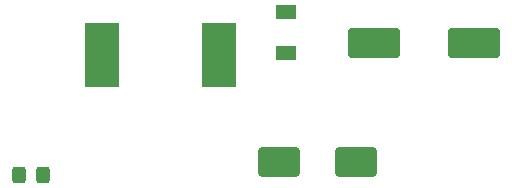
<source format=gtp>
G04 #@! TF.GenerationSoftware,KiCad,Pcbnew,(6.0.9)*
G04 #@! TF.CreationDate,2023-01-18T17:10:32+01:00*
G04 #@! TF.ProjectId,buck,6275636b-2e6b-4696-9361-645f70636258,rev?*
G04 #@! TF.SameCoordinates,Original*
G04 #@! TF.FileFunction,Paste,Top*
G04 #@! TF.FilePolarity,Positive*
%FSLAX46Y46*%
G04 Gerber Fmt 4.6, Leading zero omitted, Abs format (unit mm)*
G04 Created by KiCad (PCBNEW (6.0.9)) date 2023-01-18 17:10:32*
%MOMM*%
%LPD*%
G01*
G04 APERTURE LIST*
G04 Aperture macros list*
%AMRoundRect*
0 Rectangle with rounded corners*
0 $1 Rounding radius*
0 $2 $3 $4 $5 $6 $7 $8 $9 X,Y pos of 4 corners*
0 Add a 4 corners polygon primitive as box body*
4,1,4,$2,$3,$4,$5,$6,$7,$8,$9,$2,$3,0*
0 Add four circle primitives for the rounded corners*
1,1,$1+$1,$2,$3*
1,1,$1+$1,$4,$5*
1,1,$1+$1,$6,$7*
1,1,$1+$1,$8,$9*
0 Add four rect primitives between the rounded corners*
20,1,$1+$1,$2,$3,$4,$5,0*
20,1,$1+$1,$4,$5,$6,$7,0*
20,1,$1+$1,$6,$7,$8,$9,0*
20,1,$1+$1,$8,$9,$2,$3,0*%
G04 Aperture macros list end*
%ADD10RoundRect,0.250000X-1.500000X-1.000000X1.500000X-1.000000X1.500000X1.000000X-1.500000X1.000000X0*%
%ADD11RoundRect,0.250000X-1.950000X-1.000000X1.950000X-1.000000X1.950000X1.000000X-1.950000X1.000000X0*%
%ADD12R,2.900000X5.400000*%
%ADD13RoundRect,0.250000X-0.325000X-0.450000X0.325000X-0.450000X0.325000X0.450000X-0.325000X0.450000X0*%
%ADD14R,1.700000X1.300000*%
G04 APERTURE END LIST*
D10*
X134164000Y-98044000D03*
X140664000Y-98044000D03*
D11*
X142231000Y-88011000D03*
X150631000Y-88011000D03*
D12*
X119129000Y-89027000D03*
X129029000Y-89027000D03*
D13*
X112132000Y-99187000D03*
X114182000Y-99187000D03*
D14*
X134747000Y-85372000D03*
X134747000Y-88872000D03*
M02*

</source>
